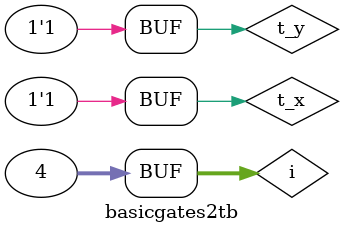
<source format=v>

module basicgates2tb;
wire a_out,o_out,n_out;
reg t_x,t_y;
and2 my_mod1(.x(t_x),.y(t_y),.out(a_out));
or2 my_mod2(.x(t_x),.y(t_y),.out(o_out));
not2 my_mod3(.x(t_x),.out(n_out));
integer i;
initial
begin
$dumpfile("basicgates2.vcd");
$dumpvars(0,basicgates2tb);
$display("Basic Gates using Gate level");
$monitor("x = %b | y = %b | x&y = %b | x|y = %b | ~x = %b",t_x,t_y,a_out,o_out,n_out);
for(i=0; i<4; i=i+1) begin
{t_x,t_y} = i;
#5;
end
end
endmodule

</source>
